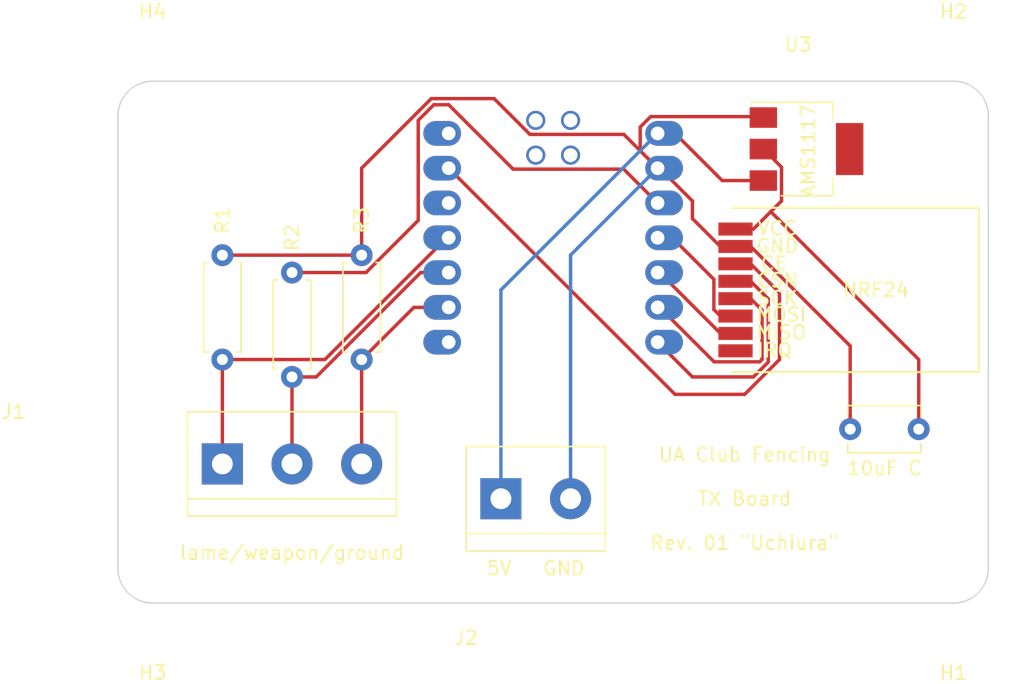
<source format=kicad_pcb>
(kicad_pcb (version 20211014) (generator pcbnew)
  (layers (0 "F.Cu" signal) (31 "B.Cu" signal) (34 "B.Paste" user) (35 "F.Paste" user) (36 "B.SilkS" user "B.Silkscreen") (37 "F.SilkS" user "F.Silkscreen") (38 "B.Mask" user) (39 "F.Mask" user) (44 "Edge.Cuts" user))
  (net 0 "")
  (net 1 "Net-(U1-Pad2)")
  (net 2 "Net-(U1-Pad9)")
  (net 3 "Net-(U1-Pad11)")
  (net 4 "Net-(U1-Pad10)")
  (net 5 "Net-(J2-Pad1)")
  (net 6 "Net-(J1-Pad2)")
  (net 12 "Net-(U1-Pad8)")
  (net 14 "Net-(C1-Pad1)")
  (net 15 "Net-(J1-Pad1)")
  (net 16 "Net-(J1-Pad3)")
  (net 17 "Net-(R2-Pad2)")
  (net 18 "Net-(C1-Pad2)")
  (footprint "MountingHole:MountingHole_3.2mm_M3" (layer "F.Cu") (at 147.32 104.14)
    (fp_text reference "H1" (at 0 7.62) (layer "F.SilkS"))
    (fp_text value "MountingHole")
    (pad "" np_thru_hole circle (at 0 0) (size 3.2 3.2) (drill 3.2) (layers *.Cu *.Mask))
  )
  (footprint "Capacitor_THT:C_Disc_D5.1mm_W3.2mm_P5.00mm" (layer "F.Cu") (at 144.78 93.98 180)
    (fp_text reference "10uF C" (at 2.5 -2.85) (layer "F.SilkS"))
    (fp_text value "C")
    (fp_line (start -0.17 1.721) (end 5.17 1.721) (layer "F.SilkS") (width 0.12))
    (fp_line (start -0.17 1.055) (end -0.17 1.721) (layer "F.SilkS") (width 0.12))
    (fp_line (start -0.17 -1.721) (end -0.17 -1.055) (layer "F.SilkS") (width 0.12))
    (fp_line (start 5.17 -1.721) (end 5.17 -1.055) (layer "F.SilkS") (width 0.12))
    (fp_line (start -0.17 -1.721) (end 5.17 -1.721) (layer "F.SilkS") (width 0.12))
    (fp_line (start 5.17 1.055) (end 5.17 1.721) (layer "F.SilkS") (width 0.12))
    (pad "1" thru_hole circle (at 0 0 180) (size 1.6 1.6) (drill 0.8) (layers *.Cu *.Mask) (net 14 "Net-(C1-Pad1)"))
    (pad "2" thru_hole circle (at 5 0 180) (size 1.6 1.6) (drill 0.8) (layers *.Cu *.Mask) (net 18 "Net-(C1-Pad2)"))
  )
  (footprint "seeed:xiao-tht" (layer "F.Cu") (at 118.11 80.01)
    (fp_text reference "U1" hide)
    (fp_text value "SeeeduinoXIAO" hide)
    (pad "1" thru_hole oval (at -7.62 -7.62) (size 2.75 1.8) (drill 1 (offset -0.475 0)) (layers *.Cu *.Mask))
    (pad "2" thru_hole oval (at -7.62 -5.08) (size 2.75 1.8) (drill 1 (offset -0.475 0)) (layers *.Cu *.Mask) (net 1 "Net-(U1-Pad2)"))
    (pad "3" thru_hole oval (at -7.62 -2.54) (size 2.75 1.8) (drill 1 (offset -0.475 0)) (layers *.Cu *.Mask))
    (pad "4" thru_hole oval (at -7.62 0) (size 2.75 1.8) (drill 1 (offset -0.475 0)) (layers *.Cu *.Mask) (net 15 "Net-(J1-Pad1)"))
    (pad "5" thru_hole oval (at -7.62 2.54) (size 2.75 1.8) (drill 1 (offset -0.475 0)) (layers *.Cu *.Mask) (net 6 "Net-(J1-Pad2)"))
    (pad "6" thru_hole oval (at -7.62 5.08) (size 2.75 1.8) (drill 1 (offset -0.475 0)) (layers *.Cu *.Mask) (net 16 "Net-(J1-Pad3)"))
    (pad "7" thru_hole oval (at -7.62 7.62) (size 2.75 1.8) (drill 1 (offset -0.475 0)) (layers *.Cu *.Mask))
    (pad "8" thru_hole oval (at 7.62 7.62 180) (size 2.75 1.8) (drill 1 (offset -0.475 0)) (layers *.Cu *.Mask) (net 12 "Net-(U1-Pad8)"))
    (pad "9" thru_hole oval (at 7.62 5.08 180) (size 2.75 1.8) (drill 1 (offset -0.475 0)) (layers *.Cu *.Mask) (net 2 "Net-(U1-Pad9)"))
    (pad "10" thru_hole oval (at 7.62 2.54 180) (size 2.75 1.8) (drill 1 (offset -0.475 0)) (layers *.Cu *.Mask) (net 4 "Net-(U1-Pad10)"))
    (pad "11" thru_hole oval (at 7.62 0 180) (size 2.75 1.8) (drill 1 (offset -0.475 0)) (layers *.Cu *.Mask) (net 3 "Net-(U1-Pad11)"))
    (pad "12" thru_hole oval (at 7.62 -2.54 180) (size 2.75 1.8) (drill 1 (offset -0.475 0)) (layers *.Cu *.Mask) (net 17 "Net-(R2-Pad2)"))
    (pad "13" thru_hole oval (at 7.62 -5.08 180) (size 2.75 1.8) (drill 1 (offset -0.475 0)) (layers *.Cu *.Mask) (net 18 "Net-(C1-Pad2)"))
    (pad "14" thru_hole oval (at 7.62 -7.62 180) (size 2.75 1.8) (drill 1 (offset -0.475 0)) (layers *.Cu *.Mask) (net 5 "Net-(J2-Pad1)"))
    (pad "15" thru_hole circle (at -1.27 -8.572 90) (size 1.397 1.397) (drill 1.016) (layers *.Cu *.Mask))
    (pad "16" thru_hole circle (at 1.27 -8.572 90) (size 1.397 1.397) (drill 1.016) (layers *.Cu *.Mask))
    (pad "17" thru_hole circle (at -1.27 -6.032 90) (size 1.397 1.397) (drill 1.016) (layers *.Cu *.Mask))
    (pad "18" thru_hole circle (at 1.27 -6.032 90) (size 1.397 1.397) (drill 1.016) (layers *.Cu *.Mask))
  )
  (footprint "MountingHole:MountingHole_3.2mm_M3" (layer "F.Cu") (at 88.9 104.14)
    (fp_text reference "H3" (at 0 7.62) (layer "F.SilkS"))
    (fp_text value "MountingHole")
    (pad "" np_thru_hole circle (at 0 0) (size 3.2 3.2) (drill 3.2) (layers *.Cu *.Mask))
  )
  (footprint "MountingHole:MountingHole_3.2mm_M3" (layer "F.Cu") (at 147.32 71.12)
    (fp_text reference "H2" (at 0 -7.62) (layer "F.SilkS"))
    (fp_text value "MountingHole")
    (pad "" np_thru_hole circle (at 0 0) (size 3.2 3.2) (drill 3.2) (layers *.Cu *.Mask))
  )
  (footprint "TerminalBlock:TerminalBlock_bornier-2_P5.08mm" (layer "F.Cu") (at 114.3 99.06)
    (fp_text reference "J2" (at -2.54 10.16) (layer "F.SilkS"))
    (fp_text value "Screw_Terminal_01x02")
    (fp_line (start 7.62 -3.81) (end -2.54 -3.81) (layer "F.SilkS") (width 0.12))
    (fp_line (start -2.54 3.81) (end 7.62 3.81) (layer "F.SilkS") (width 0.12))
    (fp_line (start 7.62 3.81) (end 7.62 -3.81) (layer "F.SilkS") (width 0.12))
    (fp_line (start 7.62 2.54) (end -2.54 2.54) (layer "F.SilkS") (width 0.12))
    (fp_line (start -2.54 -3.81) (end -2.54 3.81) (layer "F.SilkS") (width 0.12))
    (pad "1" thru_hole rect (at 0 0) (size 3 3) (drill 1.52) (layers *.Cu *.Mask) (net 5 "Net-(J2-Pad1)"))
    (pad "2" thru_hole circle (at 5.08 0) (size 3 3) (drill 1.52) (layers *.Cu *.Mask) (net 18 "Net-(C1-Pad2)"))
  )
  (footprint "Resistor_THT:R_Axial_DIN0207_L6.3mm_D2.5mm_P7.62mm_Horizontal" (layer "F.Cu") (at 99.06 90.17 90)
    (fp_text reference "R2" (at 10.16 0 90) (layer "F.SilkS"))
    (fp_text value "R")
    (fp_line (start 0.54 1.04) (end 0.54 1.37) (layer "F.SilkS") (width 0.12))
    (fp_line (start 7.08 -1.37) (end 7.08 -1.04) (layer "F.SilkS") (width 0.12))
    (fp_line (start 7.08 1.37) (end 7.08 1.04) (layer "F.SilkS") (width 0.12))
    (fp_line (start 0.54 -1.04) (end 0.54 -1.37) (layer "F.SilkS") (width 0.12))
    (fp_line (start 0.54 1.37) (end 7.08 1.37) (layer "F.SilkS") (width 0.12))
    (fp_line (start 0.54 -1.37) (end 7.08 -1.37) (layer "F.SilkS") (width 0.12))
    (pad "1" thru_hole circle (at 0 0 90) (size 1.6 1.6) (drill 0.8) (layers *.Cu *.Mask) (net 6 "Net-(J1-Pad2)"))
    (pad "2" thru_hole oval (at 7.62 0 90) (size 1.6 1.6) (drill 0.8) (layers *.Cu *.Mask) (net 17 "Net-(R2-Pad2)"))
  )
  (footprint "Resistor_THT:R_Axial_DIN0207_L6.3mm_D2.5mm_P7.62mm_Horizontal" (layer "F.Cu") (at 93.98 81.28 -90)
    (fp_text reference "R1" (at -2.54 0 -270) (layer "F.SilkS"))
    (fp_text value "R")
    (fp_line (start 7.08 1.37) (end 7.08 1.04) (layer "F.SilkS") (width 0.12))
    (fp_line (start 0.54 1.04) (end 0.54 1.37) (layer "F.SilkS") (width 0.12))
    (fp_line (start 0.54 -1.37) (end 7.08 -1.37) (layer "F.SilkS") (width 0.12))
    (fp_line (start 7.08 -1.37) (end 7.08 -1.04) (layer "F.SilkS") (width 0.12))
    (fp_line (start 0.54 -1.04) (end 0.54 -1.37) (layer "F.SilkS") (width 0.12))
    (fp_line (start 0.54 1.37) (end 7.08 1.37) (layer "F.SilkS") (width 0.12))
    (pad "1" thru_hole circle (at 0 0 270) (size 1.6 1.6) (drill 0.8) (layers *.Cu *.Mask) (net 18 "Net-(C1-Pad2)"))
    (pad "2" thru_hole oval (at 7.62 0 270) (size 1.6 1.6) (drill 0.8) (layers *.Cu *.Mask) (net 15 "Net-(J1-Pad1)"))
  )
  (footprint "Resistor_THT:R_Axial_DIN0207_L6.3mm_D2.5mm_P7.62mm_Horizontal" (layer "F.Cu") (at 104.14 88.9 90)
    (fp_text reference "R3" (at 10.16 0 90) (layer "F.SilkS"))
    (fp_text value "R")
    (fp_line (start 0.54 1.04) (end 0.54 1.37) (layer "F.SilkS") (width 0.12))
    (fp_line (start 0.54 1.37) (end 7.08 1.37) (layer "F.SilkS") (width 0.12))
    (fp_line (start 7.08 -1.37) (end 7.08 -1.04) (layer "F.SilkS") (width 0.12))
    (fp_line (start 7.08 1.37) (end 7.08 1.04) (layer "F.SilkS") (width 0.12))
    (fp_line (start 0.54 -1.37) (end 7.08 -1.37) (layer "F.SilkS") (width 0.12))
    (fp_line (start 0.54 -1.04) (end 0.54 -1.37) (layer "F.SilkS") (width 0.12))
    (pad "1" thru_hole circle (at 0 0 90) (size 1.6 1.6) (drill 0.8) (layers *.Cu *.Mask) (net 16 "Net-(J1-Pad3)"))
    (pad "2" thru_hole oval (at 7.62 0 90) (size 1.6 1.6) (drill 0.8) (layers *.Cu *.Mask) (net 18 "Net-(C1-Pad2)"))
  )
  (footprint "nrf24smd:NRF24L01-Module-SMD" (layer "F.Cu") (at 132.1625 83.82 180)
    (fp_text reference "NRF24" (at -9.5 0) (layer "F.SilkS"))
    (fp_text value "nRF24L01_module")
    (fp_text user "VCC" (at -2.3 4.5) (layer "F.SilkS"))
    (fp_text user "GND" (at -2.3 3.2) (layer "F.SilkS"))
    (fp_text user "MISO" (at -2.6 -3.1) (layer "F.SilkS"))
    (fp_text user "CSN" (at -2.3 0.7) (layer "F.SilkS"))
    (fp_text user "SCK" (at -2.3 -0.6) (layer "F.SilkS"))
    (fp_text user "MOSI" (at -2.6 -1.8) (layer "F.SilkS"))
    (fp_text user "IRQ" (at -2.1 -4.4) (layer "F.SilkS"))
    (fp_text user "CE" (at -2.05 1.95) (layer "F.SilkS"))
    (fp_line (start -17 -6) (end -17 6) (layer "F.SilkS") (width 0.15))
    (fp_line (start 1 -6) (end -17 -6) (layer "F.SilkS") (width 0.15))
    (fp_line (start -17 6) (end 1 6) (layer "F.SilkS") (width 0.15))
    (pad "1" smd rect locked (at 0.3 4.445 180) (size 2.5 0.95) (drill (offset 0.45 0)) (layers "F.Cu" "F.Paste" "F.Mask") (net 14 "Net-(C1-Pad1)"))
    (pad "2" smd rect locked (at 0.3 3.175 180) (size 2.5 0.95) (drill (offset 0.45 0)) (layers "F.Cu" "F.Paste" "F.Mask") (net 18 "Net-(C1-Pad2)"))
    (pad "3" smd rect (at 0.3 1.905 180) (size 2.5 0.95) (drill (offset 0.45 0)) (layers "F.Cu" "F.Paste" "F.Mask") (net 1 "Net-(U1-Pad2)"))
    (pad "4" smd rect locked (at 0.3 0.635 180) (size 2.5 0.95) (drill (offset 0.45 0)) (layers "F.Cu" "F.Paste" "F.Mask") (net 12 "Net-(U1-Pad8)"))
    (pad "5" smd rect locked (at 0.3 -0.635 180) (size 2.5 0.95) (drill (offset 0.45 0)) (layers "F.Cu" "F.Paste" "F.Mask") (net 2 "Net-(U1-Pad9)"))
    (pad "6" smd rect locked (at 0.3 -1.905 180) (size 2.5 0.95) (drill (offset 0.45 0)) (layers "F.Cu" "F.Paste" "F.Mask") (net 3 "Net-(U1-Pad11)"))
    (pad "7" smd rect locked (at 0.3 -3.175 180) (size 2.5 0.95) (drill (offset 0.45 0)) (layers "F.Cu" "F.Paste" "F.Mask") (net 4 "Net-(U1-Pad10)"))
    (pad "8" smd rect locked (at 0.3 -4.445 180) (size 2.5 0.95) (drill (offset 0.45 0)) (layers "F.Cu" "F.Paste" "F.Mask"))
  )
  (footprint "Package_TO_SOT_SMD:SOT-223-3_TabPin2" (layer "F.Cu") (at 136.593438 73.533266)
    (fp_text reference "U3" (at -0.61 -7.62) (layer "F.SilkS"))
    (fp_text value "AMS1117" (at 0.11887 0.126734 90) (layer "F.SilkS"))
    (fp_line (start -1.85 3.41) (end 1.91 3.41) (layer "F.SilkS") (width 0.12))
    (fp_line (start 1.91 -3.41) (end 1.91 -2.15) (layer "F.SilkS") (width 0.12))
    (fp_line (start 1.91 3.41) (end 1.91 2.15) (layer "F.SilkS") (width 0.12))
    (fp_line (start -4.1 -3.41) (end 1.91 -3.41) (layer "F.SilkS") (width 0.12))
    (pad "1" smd rect (at -3.15 -2.3) (size 2 1.5) (layers "F.Cu" "F.Paste" "F.Mask") (net 18 "Net-(C1-Pad2)"))
    (pad "2" smd rect (at -3.15 0) (size 2 1.5) (layers "F.Cu" "F.Paste" "F.Mask") (net 14 "Net-(C1-Pad1)"))
    (pad "2" smd rect (at 3.15 0) (size 2 3.8) (layers "F.Cu" "F.Paste" "F.Mask") (net 14 "Net-(C1-Pad1)"))
    (pad "3" smd rect (at -3.15 2.3) (size 2 1.5) (layers "F.Cu" "F.Paste" "F.Mask") (net 5 "Net-(J2-Pad1)"))
  )
  (footprint "MountingHole:MountingHole_3.2mm_M3" (layer "F.Cu") (at 88.9 71.12)
    (fp_text reference "H4" (at 0 -7.62) (layer "F.SilkS"))
    (fp_text value "MountingHole")
    (pad "" np_thru_hole circle (at 0 0) (size 3.2 3.2) (drill 3.2) (layers *.Cu *.Mask))
  )
  (footprint "TerminalBlock:TerminalBlock_bornier-3_P5.08mm" (layer "F.Cu") (at 93.98 96.52)
    (fp_text reference "J1" (at -15.24 -3.81) (layer "F.SilkS"))
    (fp_text value "Screw_Terminal_01x03")
    (fp_line (start -2.54 3.81) (end 12.7 3.81) (layer "F.SilkS") (width 0.12))
    (fp_line (start -2.54 3.81) (end -2.54 -3.81) (layer "F.SilkS") (width 0.12))
    (fp_line (start -2.54 2.54) (end 12.7 2.54) (layer "F.SilkS") (width 0.12))
    (fp_line (start 12.7 3.81) (end 12.7 -3.81) (layer "F.SilkS") (width 0.12))
    (fp_line (start -2.54 -3.81) (end 12.7 -3.81) (layer "F.SilkS") (width 0.12))
    (pad "1" thru_hole rect (at 0 0) (size 3 3) (drill 1.52) (layers *.Cu *.Mask) (net 15 "Net-(J1-Pad1)"))
    (pad "2" thru_hole circle (at 5.08 0) (size 3 3) (drill 1.52) (layers *.Cu *.Mask) (net 6 "Net-(J1-Pad2)"))
    (pad "3" thru_hole circle (at 10.16 0) (size 3 3) (drill 1.52) (layers *.Cu *.Mask) (net 16 "Net-(J1-Pad3)"))
  )
  (gr_line (start 147.32 68.58) (end 88.9 68.58) (layer "Edge.Cuts") (width 0.1))
  (gr_line (start 88.9 106.68) (end 147.32 106.68) (layer "Edge.Cuts") (width 0.1))
  (gr_line (start 86.36 71.12) (end 86.36 104.14) (layer "Edge.Cuts") (width 0.1))
  (gr_arc (start 88.9 106.68) (mid 87.103949 105.936051) (end 86.36 104.14) (layer "Edge.Cuts") (width 0.1))
  (gr_line (start 149.86 71.12) (end 149.86 104.14) (layer "Edge.Cuts") (width 0.1))
  (gr_arc (start 86.36 71.12) (mid 87.103949 69.323949) (end 88.9 68.58) (layer "Edge.Cuts") (width 0.1))
  (gr_arc (start 149.86 104.14) (mid 149.116051 105.936051) (end 147.32 106.68) (layer "Edge.Cuts") (width 0.1))
  (gr_arc (start 147.32 68.58) (mid 149.116051 69.323949) (end 149.86 71.12) (layer "Edge.Cuts") (width 0.1))
  (gr_text "lame/weapon/ground" (at 99.06 103.00105) (layer "F.SilkS") (effects (font (size 1 1))))
  (gr_text "5V   GND" (at 116.84 104.14) (layer "F.SilkS") (effects (font (size 1 1))))
  (gr_text "UA Club Fencing\n\nTX Board\n\nRev. 01 {dblquote}Uchiura{dblquote}\n" (at 132.08 99.06) (layer "F.SilkS") (effects (font (size 1 1))))
  (segment (start 132.082792 91.44) (end 127 91.44) (width 0.25) (layer "F.Cu") (net 1))
  (segment (start 131.8625 81.915) (end 132.5175 81.915) (width 0.25) (layer "F.Cu") (net 1))
  (segment (start 127 91.44) (end 110.49 74.93) (width 0.25) (layer "F.Cu") (net 1))
  (segment (start 134.62 84.0175) (end 134.62 88.902792) (width 0.25) (layer "F.Cu") (net 1))
  (segment (start 134.62 88.902792) (end 132.082792 91.44) (width 0.25) (layer "F.Cu") (net 1))
  (segment (start 132.5175 81.915) (end 134.62 84.0175) (width 0.25) (layer "F.Cu") (net 1))
  (segment (start 133.185 89.065) (end 129.847412 89.065) (width 0.25) (layer "F.Cu") (net 2))
  (segment (start 133.35 88.9) (end 133.185 89.065) (width 0.25) (layer "F.Cu") (net 2))
  (segment (start 132.5175 84.455) (end 133.35 85.2875) (width 0.25) (layer "F.Cu") (net 2))
  (segment (start 125.872412 85.09) (end 125.73 85.09) (width 0.25) (layer "F.Cu") (net 2))
  (segment (start 131.8625 84.455) (end 132.5175 84.455) (width 0.25) (layer "F.Cu") (net 2))
  (segment (start 129.847412 89.065) (end 125.872412 85.09) (width 0.25) (layer "F.Cu") (net 2))
  (segment (start 133.35 85.2875) (end 133.35 88.9) (width 0.25) (layer "F.Cu") (net 2))
  (segment (start 131.8625 85.725) (end 130.3075 85.725) (width 0.25) (layer "F.Cu") (net 3))
  (segment (start 130.3075 85.725) (end 129.8375 85.255) (width 0.25) (layer "F.Cu") (net 3))
  (segment (start 126.8025 80.01) (end 125.73 80.01) (width 0.25) (layer "F.Cu") (net 3))
  (segment (start 129.8375 85.255) (end 129.8375 83.045) (width 0.25) (layer "F.Cu") (net 3))
  (segment (start 129.8375 83.045) (end 126.8025 80.01) (width 0.25) (layer "F.Cu") (net 3))
  (segment (start 125.872412 82.55) (end 125.73 82.55) (width 0.25) (layer "F.Cu") (net 4))
  (segment (start 130.317412 86.995) (end 125.872412 82.55) (width 0.25) (layer "F.Cu") (net 4))
  (segment (start 131.8625 86.995) (end 130.317412 86.995) (width 0.25) (layer "F.Cu") (net 4))
  (segment (start 130.443266 75.833266) (end 127 72.39) (width 0.25) (layer "F.Cu") (net 5))
  (segment (start 133.443438 75.833266) (end 130.443266 75.833266) (width 0.25) (layer "F.Cu") (net 5))
  (segment (start 114.3 99.06) (end 114.3 83.82) (width 0.25) (layer "B.Cu") (net 5))
  (segment (start 114.3 83.82) (end 125.73 72.39) (width 0.25) (layer "B.Cu") (net 5))
  (segment (start 99.06 90.17) (end 100.823984 90.17) (width 0.25) (layer "F.Cu") (net 6))
  (segment (start 100.823984 90.17) (end 108.443984 82.55) (width 0.25) (layer "F.Cu") (net 6))
  (segment (start 108.443984 82.55) (end 110.49 82.55) (width 0.25) (layer "F.Cu") (net 6))
  (segment (start 99.06 90.17) (end 99.06 96.52) (width 0.25) (layer "F.Cu") (net 6))
  (segment (start 131.8625 83.185) (end 132.5175 83.185) (width 0.25) (layer "F.Cu") (net 12))
  (segment (start 128.27 90.17) (end 125.73 87.63) (width 0.25) (layer "F.Cu") (net 12))
  (segment (start 133.8 89.086396) (end 132.716396 90.17) (width 0.25) (layer "F.Cu") (net 12))
  (segment (start 132.5175 83.185) (end 133.8 84.4675) (width 0.25) (layer "F.Cu") (net 12))
  (segment (start 133.8 84.4675) (end 133.8 89.086396) (width 0.25) (layer "F.Cu") (net 12))
  (segment (start 132.716396 90.17) (end 128.27 90.17) (width 0.25) (layer "F.Cu") (net 12))
  (segment (start 144.78 93.98) (end 144.78 88.9) (width 0.25) (layer "F.Cu") (net 14))
  (segment (start 132.715 79.375) (end 131.8625 79.375) (width 0.25) (layer "F.Cu") (net 14))
  (segment (start 144.78 88.9) (end 133.985 78.105) (width 0.25) (layer "F.Cu") (net 14))
  (segment (start 133.985 78.105) (end 132.715 79.375) (width 0.25) (layer "F.Cu") (net 14))
  (segment (start 134.768438 74.858266) (end 134.768438 77.321562) (width 0.25) (layer "F.Cu") (net 14))
  (segment (start 134.768438 77.321562) (end 133.985 78.105) (width 0.25) (layer "F.Cu") (net 14))
  (segment (start 133.443438 73.533266) (end 134.768438 74.858266) (width 0.25) (layer "F.Cu") (net 14))
  (segment (start 110.347588 80.01) (end 110.49 80.01) (width 0.25) (layer "F.Cu") (net 15))
  (segment (start 93.98 88.9) (end 93.98 96.52) (width 0.25) (layer "F.Cu") (net 15))
  (segment (start 93.98 88.9) (end 101.457588 88.9) (width 0.25) (layer "F.Cu") (net 15))
  (segment (start 101.457588 88.9) (end 110.347588 80.01) (width 0.25) (layer "F.Cu") (net 15))
  (segment (start 107.95 85.09) (end 110.49 85.09) (width 0.25) (layer "F.Cu") (net 16))
  (segment (start 104.14 88.9) (end 104.14 96.52) (width 0.25) (layer "F.Cu") (net 16))
  (segment (start 104.14 88.9) (end 107.95 85.09) (width 0.25) (layer "F.Cu") (net 16))
  (segment (start 123.2615 75.0015) (end 125.73 77.47) (width 0.25) (layer "F.Cu") (net 17))
  (segment (start 108.268198 78.742793) (end 108.268198 71.438198) (width 0.25) (layer "F.Cu") (net 17))
  (segment (start 115.1915 75.0015) (end 123.2615 75.0015) (width 0.25) (layer "F.Cu") (net 17))
  (segment (start 104.460991 82.55) (end 108.268198 78.742793) (width 0.25) (layer "F.Cu") (net 17))
  (segment (start 110.49 70.3) (end 115.1915 75.0015) (width 0.25) (layer "F.Cu") (net 17))
  (segment (start 109.406396 70.3) (end 110.49 70.3) (width 0.25) (layer "F.Cu") (net 17))
  (segment (start 108.268198 71.438198) (end 109.406396 70.3) (width 0.25) (layer "F.Cu") (net 17))
  (segment (start 99.06 82.55) (end 104.460991 82.55) (width 0.25) (layer "F.Cu") (net 17))
  (segment (start 93.98 81.28) (end 104.14 81.28) (width 0.25) (layer "F.Cu") (net 18))
  (segment (start 124.46 71.927588) (end 124.46 73.66) (width 0.25) (layer "F.Cu") (net 18))
  (segment (start 139.78 93.98) (end 139.78 87.9075) (width 0.25) (layer "F.Cu") (net 18))
  (segment (start 125.222588 71.165) (end 124.46 71.927588) (width 0.25) (layer "F.Cu") (net 18))
  (segment (start 124.46 73.66) (end 125.73 74.93) (width 0.25) (layer "F.Cu") (net 18))
  (segment (start 132.5175 80.645) (end 131.8625 80.645) (width 0.25) (layer "F.Cu") (net 18))
  (segment (start 139.78 87.9075) (end 132.5175 80.645) (width 0.25) (layer "F.Cu") (net 18))
  (segment (start 130.3075 80.645) (end 128.27 78.6075) (width 0.25) (layer "F.Cu") (net 18))
  (segment (start 104.14 74.93) (end 109.22 69.85) (width 0.25) (layer "F.Cu") (net 18))
  (segment (start 131.8625 80.645) (end 130.3075 80.645) (width 0.25) (layer "F.Cu") (net 18))
  (segment (start 133.443438 71.233266) (end 133.375172 71.165) (width 0.25) (layer "F.Cu") (net 18))
  (segment (start 123.2615 72.4615) (end 125.73 74.93) (width 0.25) (layer "F.Cu") (net 18))
  (segment (start 133.375172 71.165) (end 125.222588 71.165) (width 0.25) (layer "F.Cu") (net 18))
  (segment (start 116.416052 72.4615) (end 123.2615 72.4615) (width 0.25) (layer "F.Cu") (net 18))
  (segment (start 113.804552 69.85) (end 116.416052 72.4615) (width 0.25) (layer "F.Cu") (net 18))
  (segment (start 128.27 77.327588) (end 125.872412 74.93) (width 0.25) (layer "F.Cu") (net 18))
  (segment (start 128.27 78.6075) (end 128.27 77.327588) (width 0.25) (layer "F.Cu") (net 18))
  (segment (start 125.872412 74.93) (end 125.73 74.93) (width 0.25) (layer "F.Cu") (net 18))
  (segment (start 109.22 69.85) (end 113.804552 69.85) (width 0.25) (layer "F.Cu") (net 18))
  (segment (start 104.14 81.28) (end 104.14 74.93) (width 0.25) (layer "F.Cu") (net 18))
  (segment (start 119.38 99.06) (end 119.38 81.28) (width 0.25) (layer "B.Cu") (net 18))
  (segment (start 119.38 81.28) (end 125.73 74.93) (width 0.25) (layer "B.Cu") (net 18))
)
</source>
